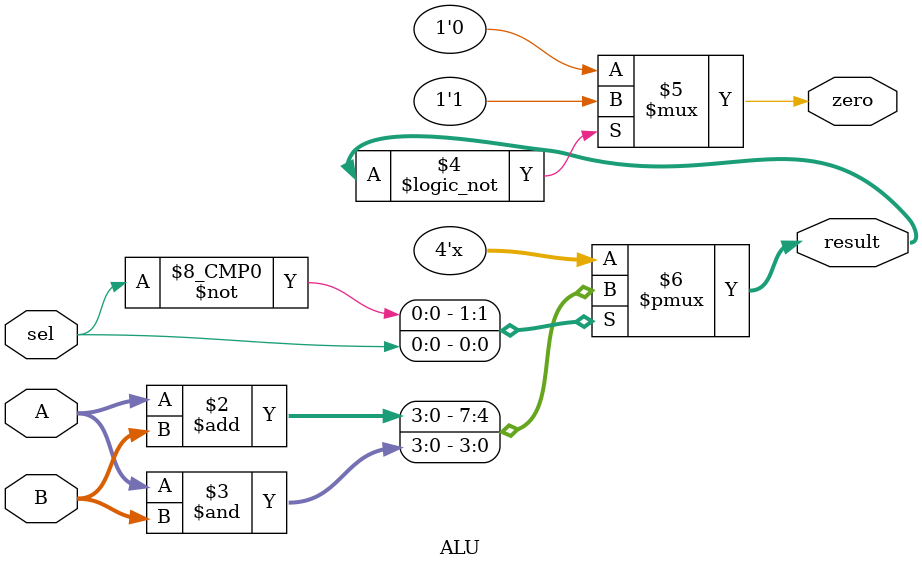
<source format=v>

module ALU (
    input [3:0] A,          // Operando A de 4 bits
    input [3:0] B,          // Operando B de 4 bits
    input sel,              // Selector de operación (0: Suma, 1: AND)
    output reg [3:0] result,// Resultado de 4 bits
    output reg zero         // Bandera zero (1 si resultado = 0)
);

    always @(*) begin
        case (sel)
            1'b0: result = A + B;      // Suma
            1'b1: result = A & B;      // AND lógico
            default: result = 4'b0000; // Default
        endcase
        
        // Bandera zero
        zero = (result == 4'b0000) ? 1'b1 : 1'b0;
    end

endmodule
</source>
